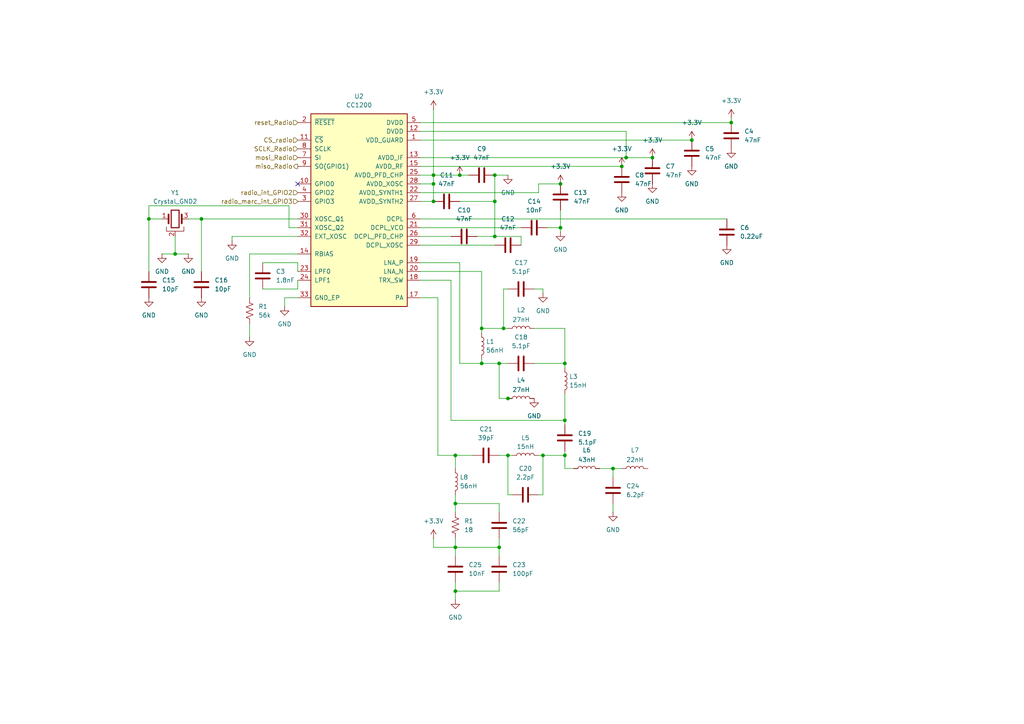
<source format=kicad_sch>
(kicad_sch (version 20231120) (generator "eeschema") (generator_version "8.0")
  (paper "A4")
  (lib_symbols
    (symbol "Device:C" (pin_numbers hide) (pin_names (offset 0.254))
      (property "Reference" "C" (at 0.635 2.54 0))
      (property "Value" "C" (at 0.635 -2.54 0))
      (symbol "C_0_1"
        (polyline (pts (xy -2.032 -0.762) (xy 2.032 -0.762)) (stroke (width 0.508)))
        (polyline (pts (xy -2.032 0.762) (xy 2.032 0.762)) (stroke (width 0.508)))
      )
      (symbol "C_1_1"
        (pin passive line (at 0 3.81 270) (length 2.794) (name "~") (number "1"))
        (pin passive line (at 0 -3.81 90) (length 2.794) (name "~") (number "2"))
      )
    )
    (symbol "Device:Crystal_GND2" (pin_names (offset 1.016) hide)
      (property "Reference" "Y" (at 0 5.715 0))
      (property "Value" "Crystal_GND2" (at 0 3.81 0))
      (symbol "Crystal_GND2_0_1"
        (rectangle (start -1.143 2.54) (end 1.143 -2.54) (stroke (width 0.3048)))
        (polyline (pts (xy -2.54 0) (xy -1.905 0)))
        (polyline (pts (xy -1.905 -1.27) (xy -1.905 1.27)) (stroke (width 0.508)))
        (polyline (pts (xy 0 -3.81) (xy 0 -3.556)))
        (polyline (pts (xy 1.905 0) (xy 2.54 0)))
        (polyline (pts (xy 1.905 1.27) (xy 1.905 -1.27)) (stroke (width 0.508)))
        (polyline (pts (xy -2.54 -2.286) (xy -2.54 -3.556) (xy 2.54 -3.556) (xy 2.54 -2.286)))
      )
      (symbol "Crystal_GND2_1_1"
        (pin passive line (at -3.81 0 0) (length 1.27) (name "1") (number "1"))
        (pin passive line (at 0 -5.08 90) (length 1.27) (name "2") (number "2"))
        (pin passive line (at 3.81 0 180) (length 1.27) (name "3") (number "3"))
      )
    )
    (symbol "Device:L" (pin_numbers hide) (pin_names (offset 1.016) hide)
      (property "Reference" "L" (at -1.27 0 90))
      (property "Value" "L" (at 1.905 0 90))
      (symbol "L_0_1"
        (arc (start 0 -2.54) (mid 0.6323 -1.905) (end 0 -1.27))
        (arc (start 0 -1.27) (mid 0.6323 -0.635) (end 0 0))
        (arc (start 0 0) (mid 0.6323 0.635) (end 0 1.27))
        (arc (start 0 1.27) (mid 0.6323 1.905) (end 0 2.54))
      )
      (symbol "L_1_1"
        (pin passive line (at 0 3.81 270) (length 1.27) (name "1") (number "1"))
        (pin passive line (at 0 -3.81 90) (length 1.27) (name "2") (number "2"))
      )
    )
    (symbol "Device:R_US" (pin_numbers hide) (pin_names (offset 0))
      (property "Reference" "R" (at 2.54 0 90))
      (property "Value" "R_US" (at -2.54 0 90))
      (symbol "R_US_0_1"
        (polyline (pts (xy 0 -2.286) (xy 0 -2.54)))
        (polyline (pts (xy 0 2.286) (xy 0 2.54)))
        (polyline (pts (xy 0 -0.762) (xy 1.016 -1.143) (xy 0 -1.524) (xy -1.016 -1.905) (xy 0 -2.286)))
        (polyline (pts (xy 0 0.762) (xy 1.016 0.381) (xy 0 0) (xy -1.016 -0.381) (xy 0 -0.762)))
        (polyline (pts (xy 0 2.286) (xy 1.016 1.905) (xy 0 1.524) (xy -1.016 1.143) (xy 0 0.762)))
      )
      (symbol "R_US_1_1"
        (pin passive line (at 0 3.81 270) (length 1.27) (name "~") (number "1"))
        (pin passive line (at 0 -3.81 90) (length 1.27) (name "~") (number "2"))
      )
    )
    (symbol "RF:CC1200" (pin_names (offset 1.016))
      (property "Reference" "U" (at -12.7 29.21 0))
      (property "Value" "CC1200" (at -10.16 -29.21 0))
      (symbol "CC1200_0_1"
        (rectangle (start -13.97 27.94) (end 13.97 -27.94) (stroke (width 0.254)) (fill (type background)))
      )
      (symbol "CC1200_1_1"
        (pin power_in line (at 17.78 20.32 180) (length 3.81) (name "VDD_GUARD") (number "1"))
        (pin bidirectional line (at -17.78 7.62 0) (length 3.81) (name "GPIO0") (number "10"))
        (pin input line (at -17.78 20.32 0) (length 3.81) (name "~{CS}") (number "11"))
        (pin power_in line (at 17.78 22.86 180) (length 3.81) (name "DVDD") (number "12"))
        (pin power_in line (at 17.78 15.24 180) (length 3.81) (name "AVDD_IF") (number "13"))
        (pin passive line (at -17.78 -12.7 0) (length 3.81) (name "RBIAS") (number "14"))
        (pin power_in line (at 17.78 12.7 180) (length 3.81) (name "AVDD_RF") (number "15"))
        (pin passive line (at 17.78 -25.4 180) (length 3.81) (name "PA") (number "17"))
        (pin passive line (at 17.78 -20.32 180) (length 3.81) (name "TRX_SW") (number "18"))
        (pin passive line (at 17.78 -15.24 180) (length 3.81) (name "LNA_P") (number "19"))
        (pin input line (at -17.78 25.4 0) (length 3.81) (name "~{RESET}") (number "2"))
        (pin passive line (at 17.78 -17.78 180) (length 3.81) (name "LNA_N") (number "20"))
        (pin power_out line (at 17.78 -5.08 180) (length 3.81) (name "DCPL_VCO") (number "21"))
        (pin power_in line (at 17.78 5.08 180) (length 3.81) (name "AVDD_SYNTH1") (number "22"))
        (pin passive line (at -17.78 -17.78 0) (length 3.81) (name "LPF0") (number "23"))
        (pin passive line (at -17.78 -20.32 0) (length 3.81) (name "LPF1") (number "24"))
        (pin power_in line (at 17.78 10.16 180) (length 3.81) (name "AVDD_PFD_CHP") (number "25"))
        (pin power_out line (at 17.78 -7.62 180) (length 3.81) (name "DCPL_PFD_CHP") (number "26"))
        (pin power_in line (at 17.78 2.54 180) (length 3.81) (name "AVDD_SYNTH2") (number "27"))
        (pin power_in line (at 17.78 7.62 180) (length 3.81) (name "AVDD_XOSC") (number "28"))
        (pin power_out line (at 17.78 -10.16 180) (length 3.81) (name "DCPL_XOSC") (number "29"))
        (pin bidirectional line (at -17.78 2.54 0) (length 3.81) (name "GPIO3") (number "3"))
        (pin passive line (at -17.78 -2.54 0) (length 3.81) (name "XOSC_Q1") (number "30"))
        (pin passive line (at -17.78 -5.08 0) (length 3.81) (name "XOSC_Q2") (number "31"))
        (pin input line (at -17.78 -7.62 0) (length 3.81) (name "EXT_XOSC") (number "32"))
        (pin power_in line (at -17.78 -25.4 0) (length 3.81) (name "GND_EP") (number "33"))
        (pin bidirectional line (at -17.78 5.08 0) (length 3.81) (name "GPIO2") (number "4"))
        (pin power_in line (at 17.78 25.4 180) (length 3.81) (name "DVDD") (number "5"))
        (pin power_out line (at 17.78 -2.54 180) (length 3.81) (name "DCPL") (number "6"))
        (pin input line (at -17.78 15.24 0) (length 3.81) (name "SI") (number "7"))
        (pin input line (at -17.78 17.78 0) (length 3.81) (name "SCLK") (number "8"))
        (pin bidirectional line (at -17.78 12.7 0) (length 3.81) (name "SO(GPIO1)") (number "9"))
      )
    )
    (symbol "power:+3.3V" (power) (pin_numbers hide) (pin_names (offset 0) hide)
      (property "Value" "+3.3V" (at 0 3.556 0))
      (symbol "+3.3V_0_1"
        (polyline (pts (xy -0.762 1.27) (xy 0 2.54)))
        (polyline (pts (xy 0 0) (xy 0 2.54)))
        (polyline (pts (xy 0 2.54) (xy 0.762 1.27)))
      )
      (symbol "+3.3V_1_1"
        (pin power_in line (at 0 0 90) (length 0) (name "~") (number "1"))
      )
    )
    (symbol "power:GND" (power) (pin_numbers hide) (pin_names (offset 0) hide)
      (property "Value" "GND" (at 0 -3.81 0))
      (symbol "GND_0_1"
        (polyline (pts (xy 0 0) (xy 0 -1.27) (xy 1.27 -1.27) (xy 0 -2.54) (xy -1.27 -1.27) (xy 0 -1.27)))
      )
      (symbol "GND_1_1"
        (pin power_in line (at 0 0 270) (length 0) (name "~") (number "1"))
      )
    )
  )
  (junction (at 163.83 105.41))
  (junction (at 132.08 171.45))
  (junction (at 180.34 48.26))
  (junction (at 162.56 53.34))
  (junction (at 133.35 50.8))
  (junction (at 125.73 53.34))
  (junction (at 144.78 158.75))
  (junction (at 163.83 121.92))
  (junction (at 125.73 58.42))
  (junction (at 143.51 58.42))
  (junction (at 163.83 132.08))
  (junction (at 139.7 105.41))
  (junction (at 43.18 63.5))
  (junction (at 212.09 35.56))
  (junction (at 58.42 63.5))
  (junction (at 143.51 68.58))
  (junction (at 144.78 105.41))
  (junction (at 162.56 66.04))
  (junction (at 177.8 135.89))
  (junction (at 189.23 45.72))
  (junction (at 132.08 132.08))
  (junction (at 157.48 132.08))
  (junction (at 143.51 50.8))
  (junction (at 146.05 95.25))
  (junction (at 132.08 158.75))
  (junction (at 125.73 50.8))
  (junction (at 132.08 146.05))
  (junction (at 200.66 40.64))
  (junction (at 50.8 73.66))
  (junction (at 147.32 115.57))
  (junction (at 147.32 132.08))
  (junction (at 139.7 95.25))
  (junction (at 181.61 45.72))
  (no_connect (at 86.36 53.34))
  (wire (pts (xy 139.7 95.25) (xy 146.05 95.25)))
  (wire (pts (xy 127 86.36) (xy 127 132.08)))
  (wire (pts (xy 139.7 105.41) (xy 139.7 104.14)))
  (wire (pts (xy 147.32 83.82) (xy 146.05 83.82)))
  (wire (pts (xy 139.7 105.41) (xy 144.78 105.41)))
  (wire (pts (xy 132.08 158.75) (xy 144.78 158.75)))
  (wire (pts (xy 157.48 143.51) (xy 157.48 132.08)))
  (wire (pts (xy 163.83 135.89) (xy 166.37 135.89)))
  (wire (pts (xy 146.05 95.25) (xy 147.32 95.25)))
  (wire (pts (xy 212.09 34.29) (xy 212.09 35.56)))
  (wire (pts (xy 138.43 68.58) (xy 143.51 68.58)))
  (wire (pts (xy 181.61 45.72) (xy 189.23 45.72)))
  (wire (pts (xy 121.92 81.28) (xy 130.81 81.28)))
  (wire (pts (xy 132.08 132.08) (xy 132.08 135.89)))
  (wire (pts (xy 158.75 66.04) (xy 162.56 66.04)))
  (wire (pts (xy 163.83 106.68) (xy 163.83 105.41)))
  (wire (pts (xy 130.81 81.28) (xy 130.81 121.92)))
  (wire (pts (xy 163.83 121.92) (xy 163.83 123.19)))
  (wire (pts (xy 173.99 135.89) (xy 177.8 135.89)))
  (wire (pts (xy 144.78 146.05) (xy 132.08 146.05)))
  (wire (pts (xy 151.13 71.12) (xy 151.13 68.58)))
  (wire (pts (xy 133.35 76.2) (xy 133.35 105.41)))
  (wire (pts (xy 177.8 135.89) (xy 177.8 138.43)))
  (wire (pts (xy 144.78 105.41) (xy 147.32 105.41)))
  (wire (pts (xy 121.92 50.8) (xy 125.73 50.8)))
  (wire (pts (xy 132.08 146.05) (xy 132.08 148.59)))
  (wire (pts (xy 125.73 50.8) (xy 125.73 53.34)))
  (wire (pts (xy 157.48 132.08) (xy 163.83 132.08)))
  (wire (pts (xy 156.21 143.51) (xy 157.48 143.51)))
  (wire (pts (xy 163.83 132.08) (xy 163.83 135.89)))
  (wire (pts (xy 121.92 86.36) (xy 127 86.36)))
  (wire (pts (xy 83.82 59.69) (xy 83.82 66.04)))
  (wire (pts (xy 132.08 132.08) (xy 137.16 132.08)))
  (wire (pts (xy 86.36 81.28) (xy 86.36 83.82)))
  (wire (pts (xy 43.18 63.5) (xy 43.18 59.69)))
  (wire (pts (xy 139.7 96.52) (xy 139.7 95.25)))
  (wire (pts (xy 121.92 53.34) (xy 125.73 53.34)))
  (wire (pts (xy 125.73 53.34) (xy 125.73 58.42)))
  (wire (pts (xy 121.92 38.1) (xy 181.61 38.1)))
  (wire (pts (xy 144.78 158.75) (xy 144.78 161.29)))
  (wire (pts (xy 50.8 73.66) (xy 54.61 73.66)))
  (wire (pts (xy 121.92 63.5) (xy 210.82 63.5)))
  (wire (pts (xy 121.92 78.74) (xy 139.7 78.74)))
  (wire (pts (xy 156.21 53.34) (xy 162.56 53.34)))
  (wire (pts (xy 144.78 156.21) (xy 144.78 158.75)))
  (wire (pts (xy 127 132.08) (xy 132.08 132.08)))
  (wire (pts (xy 132.08 158.75) (xy 132.08 161.29)))
  (wire (pts (xy 121.92 45.72) (xy 181.61 45.72)))
  (wire (pts (xy 125.73 50.8) (xy 133.35 50.8)))
  (wire (pts (xy 147.32 132.08) (xy 148.59 132.08)))
  (wire (pts (xy 163.83 95.25) (xy 163.83 105.41)))
  (wire (pts (xy 72.39 73.66) (xy 72.39 86.36)))
  (wire (pts (xy 154.94 83.82) (xy 157.48 83.82)))
  (wire (pts (xy 156.21 132.08) (xy 157.48 132.08)))
  (wire (pts (xy 132.08 158.75) (xy 125.73 158.75)))
  (wire (pts (xy 86.36 86.36) (xy 82.55 86.36)))
  (wire (pts (xy 162.56 67.31) (xy 162.56 66.04)))
  (wire (pts (xy 177.8 146.05) (xy 177.8 148.59)))
  (wire (pts (xy 133.35 50.8) (xy 135.89 50.8)))
  (wire (pts (xy 121.92 40.64) (xy 200.66 40.64)))
  (wire (pts (xy 132.08 156.21) (xy 132.08 158.75)))
  (wire (pts (xy 72.39 93.98) (xy 72.39 97.79)))
  (wire (pts (xy 133.35 58.42) (xy 143.51 58.42)))
  (wire (pts (xy 121.92 71.12) (xy 143.51 71.12)))
  (wire (pts (xy 130.81 121.92) (xy 163.83 121.92)))
  (wire (pts (xy 146.05 83.82) (xy 146.05 95.25)))
  (wire (pts (xy 177.8 135.89) (xy 180.34 135.89)))
  (wire (pts (xy 121.92 55.88) (xy 156.21 55.88)))
  (wire (pts (xy 154.94 95.25) (xy 163.83 95.25)))
  (wire (pts (xy 125.73 31.75) (xy 125.73 50.8)))
  (wire (pts (xy 156.21 55.88) (xy 156.21 53.34)))
  (wire (pts (xy 121.92 48.26) (xy 180.34 48.26)))
  (wire (pts (xy 46.99 73.66) (xy 50.8 73.66)))
  (wire (pts (xy 121.92 58.42) (xy 125.73 58.42)))
  (wire (pts (xy 86.36 68.58) (xy 67.31 68.58)))
  (wire (pts (xy 54.61 63.5) (xy 58.42 63.5)))
  (wire (pts (xy 147.32 143.51) (xy 147.32 132.08)))
  (wire (pts (xy 144.78 148.59) (xy 144.78 146.05)))
  (wire (pts (xy 157.48 83.82) (xy 157.48 85.09)))
  (wire (pts (xy 132.08 168.91) (xy 132.08 171.45)))
  (wire (pts (xy 133.35 105.41) (xy 139.7 105.41)))
  (wire (pts (xy 121.92 68.58) (xy 130.81 68.58)))
  (wire (pts (xy 148.59 143.51) (xy 147.32 143.51)))
  (wire (pts (xy 144.78 115.57) (xy 144.78 105.41)))
  (wire (pts (xy 43.18 63.5) (xy 43.18 78.74)))
  (wire (pts (xy 154.94 105.41) (xy 163.83 105.41)))
  (wire (pts (xy 125.73 158.75) (xy 125.73 156.21)))
  (wire (pts (xy 139.7 78.74) (xy 139.7 95.25)))
  (wire (pts (xy 67.31 68.58) (xy 67.31 69.85)))
  (wire (pts (xy 132.08 143.51) (xy 132.08 146.05)))
  (wire (pts (xy 143.51 68.58) (xy 143.51 58.42)))
  (wire (pts (xy 121.92 76.2) (xy 133.35 76.2)))
  (wire (pts (xy 132.08 171.45) (xy 132.08 173.99)))
  (wire (pts (xy 86.36 76.2) (xy 76.2 76.2)))
  (wire (pts (xy 50.8 68.58) (xy 50.8 73.66)))
  (wire (pts (xy 121.92 35.56) (xy 212.09 35.56)))
  (wire (pts (xy 43.18 59.69) (xy 83.82 59.69)))
  (wire (pts (xy 143.51 58.42) (xy 143.51 50.8)))
  (wire (pts (xy 181.61 38.1) (xy 181.61 45.72)))
  (wire (pts (xy 86.36 78.74) (xy 86.36 76.2)))
  (wire (pts (xy 43.18 63.5) (xy 46.99 63.5)))
  (wire (pts (xy 58.42 63.5) (xy 58.42 78.74)))
  (wire (pts (xy 163.83 114.3) (xy 163.83 121.92)))
  (wire (pts (xy 144.78 168.91) (xy 144.78 171.45)))
  (wire (pts (xy 162.56 66.04) (xy 162.56 60.96)))
  (wire (pts (xy 86.36 83.82) (xy 76.2 83.82)))
  (wire (pts (xy 121.92 66.04) (xy 151.13 66.04)))
  (wire (pts (xy 163.83 130.81) (xy 163.83 132.08)))
  (wire (pts (xy 86.36 73.66) (xy 72.39 73.66)))
  (wire (pts (xy 147.32 115.57) (xy 148.59 115.57)))
  (wire (pts (xy 143.51 50.8) (xy 147.32 50.8)))
  (wire (pts (xy 151.13 68.58) (xy 143.51 68.58)))
  (wire (pts (xy 83.82 66.04) (xy 86.36 66.04)))
  (wire (pts (xy 58.42 63.5) (xy 86.36 63.5)))
  (wire (pts (xy 144.78 132.08) (xy 147.32 132.08)))
  (wire (pts (xy 144.78 171.45) (xy 132.08 171.45)))
  (wire (pts (xy 82.55 86.36) (xy 82.55 88.9)))
  (wire (pts (xy 144.78 115.57) (xy 147.32 115.57)))
  (hierarchical_label "radio_marc_int_GPIO3" (shape input) (at 86.36 58.42 180))
  (hierarchical_label "CS_radio" (shape input) (at 86.36 40.64 180))
  (hierarchical_label "reset_Radio" (shape input) (at 86.36 35.56 180))
  (hierarchical_label "miso_Radio" (shape output) (at 86.36 48.26 180))
  (hierarchical_label "radio_int_GPIO2" (shape input) (at 86.36 55.88 180))
  (hierarchical_label "mosi_Radio" (shape input) (at 86.36 45.72 180))
  (hierarchical_label "SCLK_Radio" (shape input) (at 86.36 43.18 180))
  (symbol (lib_id "power:GND") (at 212.09 43.18 0) (unit 1)
    (property "Reference" "#PWR07" (effects (hide yes)))
    (property "Value" "GND" (at 212.09 48.26 0))
    (property "Description" "Power symbol creates a global label with name \"GND\" , ground" (effects (hide yes)))
  )
  (symbol (lib_id "Device:C") (at 144.78 165.1 0) (unit 1)
    (property "Reference" "C23" (at 148.59 163.8299 0) (effects (justify left)))
    (property "Value" "100pF" (at 148.59 166.3699 0) (effects (justify left)))
    (property "Footprint" "Capacitor_SMD:C_0603_1608Metric" (effects (hide yes)))
    (property "Description" "Unpolarized capacitor" (effects (hide yes)))
  )
  (symbol (lib_id "power:+3.3V") (at 189.23 45.72 0) (unit 1)
    (property "Reference" "#PWR013" (effects (hide yes)))
    (property "Value" "+3.3V" (at 189.23 40.64 0))
    (property "Description" "Power symbol creates a global label with name \"+3.3V\"" (effects (hide yes)))
  )
  (symbol (lib_id "power:GND") (at 180.34 55.88 0) (unit 1)
    (property "Reference" "#PWR014" (effects (hide yes)))
    (property "Value" "GND" (at 180.34 60.96 0))
    (property "Description" "Power symbol creates a global label with name \"GND\" , ground" (effects (hide yes)))
  )
  (symbol (lib_id "power:GND") (at 46.99 73.66 0) (unit 1)
    (property "Reference" "#PWR021" (effects (hide yes)))
    (property "Value" "GND" (at 46.99 78.74 0))
    (property "Description" "Power symbol creates a global label with name \"GND\" , ground" (effects (hide yes)))
  )
  (symbol (lib_id "power:+3.3V") (at 133.35 50.8 0) (unit 1)
    (property "Reference" "#PWR017" (effects (hide yes)))
    (property "Value" "+3.3V" (at 133.35 45.72 0))
    (property "Description" "Power symbol creates a global label with name \"+3.3V\"" (effects (hide yes)))
  )
  (symbol (lib_id "Device:C") (at 152.4 143.51 90) (unit 1)
    (property "Reference" "C20" (at 152.4 135.89 90))
    (property "Value" "2.2pF" (at 152.4 138.43 90))
    (property "Footprint" "Capacitor_SMD:C_0603_1608Metric" (effects (hide yes)))
    (property "Description" "Unpolarized capacitor" (effects (hide yes)))
  )
  (symbol (lib_id "Device:C") (at 154.94 66.04 270) (unit 1)
    (property "Reference" "C14" (at 154.94 58.42 90))
    (property "Value" "10nF" (at 154.94 60.96 90))
    (property "Footprint" "Capacitor_SMD:C_0603_1608Metric" (effects (hide yes)))
    (property "Description" "Unpolarized capacitor" (effects (hide yes)))
  )
  (symbol (lib_id "Device:C") (at 134.62 68.58 90) (unit 1)
    (property "Reference" "C10" (at 134.62 60.96 90))
    (property "Value" "47nF" (at 134.62 63.5 90))
    (property "Footprint" "Capacitor_SMD:C_0603_1608Metric" (effects (hide yes)))
    (property "Description" "Unpolarized capacitor" (effects (hide yes)))
  )
  (symbol (lib_id "power:GND") (at 210.82 71.12 0) (unit 1)
    (property "Reference" "#PWR011" (effects (hide yes)))
    (property "Value" "GND" (at 210.82 76.2 0))
    (property "Description" "Power symbol creates a global label with name \"GND\" , ground" (effects (hide yes)))
  )
  (symbol (lib_id "power:+3.3V") (at 162.56 53.34 0) (unit 1)
    (property "Reference" "#PWR019" (effects (hide yes)))
    (property "Value" "+3.3V" (at 162.56 48.26 0))
    (property "Description" "Power symbol creates a global label with name \"+3.3V\"" (effects (hide yes)))
  )
  (symbol (lib_id "Device:C") (at 139.7 50.8 90) (unit 1)
    (property "Reference" "C9" (at 139.7 43.18 90))
    (property "Value" "47nF" (at 139.7 45.72 90))
    (property "Footprint" "Capacitor_SMD:C_0603_1608Metric" (effects (hide yes)))
    (property "Description" "Unpolarized capacitor" (effects (hide yes)))
  )
  (symbol (lib_id "power:+3.3V") (at 212.09 34.29 0) (unit 1)
    (property "Reference" "#PWR08" (effects (hide yes)))
    (property "Value" "+3.3V" (at 212.09 29.21 0))
    (property "Description" "Power symbol creates a global label with name \"+3.3V\"" (effects (hide yes)))
  )
  (symbol (lib_id "Device:C") (at 144.78 152.4 0) (unit 1)
    (property "Reference" "C22" (at 148.59 151.1299 0) (effects (justify left)))
    (property "Value" "56pF" (at 148.59 153.6699 0) (effects (justify left)))
    (property "Footprint" "Capacitor_SMD:C_0603_1608Metric" (effects (hide yes)))
    (property "Description" "Unpolarized capacitor" (effects (hide yes)))
  )
  (symbol (lib_id "power:GND") (at 132.08 173.99 0) (unit 1)
    (property "Reference" "#PWR028" (effects (hide yes)))
    (property "Value" "GND" (at 132.08 179.07 0))
    (property "Description" "Power symbol creates a global label with name \"GND\" , ground" (effects (hide yes)))
  )
  (symbol (lib_id "Device:C") (at 147.32 71.12 90) (unit 1)
    (property "Reference" "C12" (at 147.32 63.5 90))
    (property "Value" "47nF" (at 147.32 66.04 90))
    (property "Footprint" "Capacitor_SMD:C_0603_1608Metric" (effects (hide yes)))
    (property "Description" "Unpolarized capacitor" (effects (hide yes)))
  )
  (symbol (lib_id "Device:R_US") (at 72.39 90.17 0) (unit 1)
    (property "Reference" "R1" (at 74.93 88.8999 0) (effects (justify left)))
    (property "Value" "56k" (at 74.93 91.4399 0) (effects (justify left)))
    (property "Footprint" "Resistor_SMD:R_0603_1608Metric" (effects (hide yes)))
    (property "Description" "Resistor, US symbol" (effects (hide yes)))
  )
  (symbol (lib_id "Device:L") (at 152.4 132.08 90) (unit 1)
    (property "Reference" "L5" (at 152.4 127 90))
    (property "Value" "15nH" (at 152.4 129.54 90))
    (property "Footprint" "Inductor_SMD:L_0603_1608Metric" (effects (hide yes)))
    (property "Description" "Inductor" (effects (hide yes)))
  )
  (symbol (lib_id "power:GND") (at 189.23 53.34 0) (unit 1)
    (property "Reference" "#PWR012" (effects (hide yes)))
    (property "Value" "GND" (at 189.23 58.42 0))
    (property "Description" "Power symbol creates a global label with name \"GND\" , ground" (effects (hide yes)))
  )
  (symbol (lib_id "Device:L") (at 151.13 115.57 90) (unit 1)
    (property "Reference" "L4" (at 151.13 110.236 90))
    (property "Value" "27nH" (at 151.13 113.03 90))
    (property "Footprint" "Inductor_SMD:L_0603_1608Metric" (effects (hide yes)))
    (property "Description" "Inductor" (effects (hide yes)))
  )
  (symbol (lib_id "power:GND") (at 54.61 73.66 0) (unit 1)
    (property "Reference" "#PWR022" (effects (hide yes)))
    (property "Value" "GND" (at 54.61 78.74 0))
    (property "Description" "Power symbol creates a global label with name \"GND\" , ground" (effects (hide yes)))
  )
  (symbol (lib_id "power:GND") (at 43.18 86.36 0) (unit 1)
    (property "Reference" "#PWR023" (effects (hide yes)))
    (property "Value" "GND" (at 43.18 91.44 0))
    (property "Description" "Power symbol creates a global label with name \"GND\" , ground" (effects (hide yes)))
  )
  (symbol (lib_id "power:GND") (at 154.94 115.57 0) (unit 1)
    (property "Reference" "#PWR027" (effects (hide yes)))
    (property "Value" "GND" (at 154.94 120.65 0))
    (property "Description" "Power symbol creates a global label with name \"GND\" , ground" (effects (hide yes)))
  )
  (symbol (lib_id "Device:Crystal_GND2") (at 50.8 63.5 0) (unit 1)
    (property "Reference" "Y1" (at 50.8 55.88 0))
    (property "Value" "Crystal_GND2" (at 50.8 58.42 0))
    (property "Description" "Three pin crystal, GND on pin 2" (effects (hide yes)))
  )
  (symbol (lib_id "Device:C") (at 212.09 39.37 0) (unit 1)
    (property "Reference" "C4" (at 215.9 38.0999 0) (effects (justify left)))
    (property "Value" "47nF" (at 215.9 40.6399 0) (effects (justify left)))
    (property "Footprint" "Capacitor_SMD:C_0603_1608Metric" (effects (hide yes)))
    (property "Description" "Unpolarized capacitor" (effects (hide yes)))
  )
  (symbol (lib_id "Device:C") (at 76.2 80.01 0) (unit 1)
    (property "Reference" "C3" (at 80.01 78.7399 0) (effects (justify left)))
    (property "Value" "1.8nF" (at 80.01 81.2799 0) (effects (justify left)))
    (property "Footprint" "Capacitor_SMD:C_0603_1608Metric" (effects (hide yes)))
    (property "Description" "Unpolarized capacitor" (effects (hide yes)))
  )
  (symbol (lib_id "power:+3.3V") (at 180.34 48.26 0) (unit 1)
    (property "Reference" "#PWR015" (effects (hide yes)))
    (property "Value" "+3.3V" (at 180.34 43.18 0))
    (property "Description" "Power symbol creates a global label with name \"+3.3V\"" (effects (hide yes)))
  )
  (symbol (lib_id "Device:L") (at 132.08 139.7 0) (unit 1)
    (property "Reference" "L8" (at 133.35 138.4299 0) (effects (justify left)))
    (property "Value" "56nH" (at 133.35 140.9699 0) (effects (justify left)))
    (property "Footprint" "Inductor_SMD:L_0603_1608Metric" (effects (hide yes)))
    (property "Description" "Inductor" (effects (hide yes)))
  )
  (symbol (lib_id "power:GND") (at 157.48 85.09 0) (unit 1)
    (property "Reference" "#PWR026" (effects (hide yes)))
    (property "Value" "GND" (at 157.48 90.17 0))
    (property "Description" "Power symbol creates a global label with name \"GND\" , ground" (effects (hide yes)))
  )
  (symbol (lib_id "power:+3.3V") (at 200.66 40.64 0) (unit 1)
    (property "Reference" "#PWR010" (effects (hide yes)))
    (property "Value" "+3.3V" (at 200.66 35.56 0))
    (property "Description" "Power symbol creates a global label with name \"+3.3V\"" (effects (hide yes)))
  )
  (symbol (lib_id "power:GND") (at 72.39 97.79 0) (unit 1)
    (property "Reference" "#PWR06" (effects (hide yes)))
    (property "Value" "GND" (at 72.39 102.87 0))
    (property "Description" "Power symbol creates a global label with name \"GND\" , ground" (effects (hide yes)))
  )
  (symbol (lib_id "Device:C") (at 162.56 57.15 180) (unit 1)
    (property "Reference" "C13" (at 166.37 55.8799 0) (effects (justify right)))
    (property "Value" "47nF" (at 166.37 58.4199 0) (effects (justify right)))
    (property "Footprint" "Capacitor_SMD:C_0603_1608Metric" (effects (hide yes)))
    (property "Description" "Unpolarized capacitor" (effects (hide yes)))
  )
  (symbol (lib_id "power:GND") (at 58.42 86.36 0) (unit 1)
    (property "Reference" "#PWR024" (effects (hide yes)))
    (property "Value" "GND" (at 58.42 91.44 0))
    (property "Description" "Power symbol creates a global label with name \"GND\" , ground" (effects (hide yes)))
  )
  (symbol (lib_id "Device:C") (at 151.13 105.41 90) (unit 1)
    (property "Reference" "C18" (at 151.13 97.79 90))
    (property "Value" "5.1pF" (at 151.13 100.33 90))
    (property "Footprint" "Capacitor_SMD:C_0603_1608Metric" (effects (hide yes)))
    (property "Description" "Unpolarized capacitor" (effects (hide yes)))
  )
  (symbol (lib_id "Device:C") (at 200.66 44.45 0) (unit 1)
    (property "Reference" "C5" (at 204.47 43.1799 0) (effects (justify left)))
    (property "Value" "47nF" (at 204.47 45.7199 0) (effects (justify left)))
    (property "Footprint" "Capacitor_SMD:C_0603_1608Metric" (effects (hide yes)))
    (property "Description" "Unpolarized capacitor" (effects (hide yes)))
  )
  (symbol (lib_id "Device:C") (at 210.82 67.31 0) (unit 1)
    (property "Reference" "C6" (at 214.63 66.0399 0) (effects (justify left)))
    (property "Value" "0.22uF" (at 214.63 68.5799 0) (effects (justify left)))
    (property "Footprint" "Capacitor_SMD:C_0603_1608Metric" (effects (hide yes)))
    (property "Description" "Unpolarized capacitor" (effects (hide yes)))
  )
  (symbol (lib_id "Device:C") (at 189.23 49.53 0) (unit 1)
    (property "Reference" "C7" (at 193.04 48.2599 0) (effects (justify left)))
    (property "Value" "47nF" (at 193.04 50.7999 0) (effects (justify left)))
    (property "Footprint" "Capacitor_SMD:C_0603_1608Metric" (effects (hide yes)))
    (property "Description" "Unpolarized capacitor" (effects (hide yes)))
  )
  (symbol (lib_id "Device:R_US") (at 132.08 152.4 0) (unit 1)
    (property "Reference" "R1" (at 134.62 151.1299 0) (effects (justify left)))
    (property "Value" "18" (at 134.62 153.6699 0) (effects (justify left)))
    (property "Footprint" "Resistor_SMD:R_0603_1608Metric_Pad0.98x0.95mm_HandSolder" (effects (hide yes)))
    (property "Description" "Resistor, US symbol" (effects (hide yes)))
  )
  (symbol (lib_id "Device:C") (at 140.97 132.08 90) (unit 1)
    (property "Reference" "C21" (at 140.97 124.46 90))
    (property "Value" "39pF" (at 140.97 127 90))
    (property "Footprint" "Capacitor_SMD:C_0603_1608Metric" (effects (hide yes)))
    (property "Description" "Unpolarized capacitor" (effects (hide yes)))
  )
  (symbol (lib_id "Device:L") (at 184.15 135.89 90) (unit 1)
    (property "Reference" "L7" (at 184.15 130.556 90))
    (property "Value" "22nH" (at 184.15 133.35 90))
    (property "Footprint" "Inductor_SMD:L_0603_1608Metric" (effects (hide yes)))
    (property "Description" "Inductor" (effects (hide yes)))
  )
  (symbol (lib_id "Device:L") (at 163.83 110.49 0) (unit 1)
    (property "Reference" "L3" (at 165.1 109.2199 0) (effects (justify left)))
    (property "Value" "15nH" (at 165.1 111.7599 0) (effects (justify left)))
    (property "Footprint" "Inductor_SMD:L_0603_1608Metric" (effects (hide yes)))
    (property "Description" "Inductor" (effects (hide yes)))
  )
  (symbol (lib_id "Device:L") (at 151.13 95.25 90) (unit 1)
    (property "Reference" "L2" (at 151.13 89.916 90))
    (property "Value" "27nH" (at 151.13 92.71 90))
    (property "Footprint" "Inductor_SMD:L_0603_1608Metric" (effects (hide yes)))
    (property "Description" "Inductor" (effects (hide yes)))
  )
  (symbol (lib_id "power:GND") (at 67.31 69.85 0) (unit 1)
    (property "Reference" "#PWR025" (effects (hide yes)))
    (property "Value" "GND" (at 67.31 74.93 0))
    (property "Description" "Power symbol creates a global label with name \"GND\" , ground" (effects (hide yes)))
  )
  (symbol (lib_id "Device:C") (at 151.13 83.82 90) (unit 1)
    (property "Reference" "C17" (at 151.13 76.2 90))
    (property "Value" "5.1pF" (at 151.13 78.74 90))
    (property "Footprint" "Capacitor_SMD:C_0603_1608Metric" (effects (hide yes)))
    (property "Description" "Unpolarized capacitor" (effects (hide yes)))
  )
  (symbol (lib_id "power:GND") (at 177.8 148.59 0) (unit 1)
    (property "Reference" "#PWR029" (effects (hide yes)))
    (property "Value" "GND" (at 177.8 153.67 0))
    (property "Description" "Power symbol creates a global label with name \"GND\" , ground" (effects (hide yes)))
  )
  (symbol (lib_id "Device:C") (at 132.08 165.1 0) (unit 1)
    (property "Reference" "C25" (at 135.89 163.8299 0) (effects (justify left)))
    (property "Value" "10nF" (at 135.89 166.3699 0) (effects (justify left)))
    (property "Footprint" "Capacitor_SMD:C_0603_1608Metric" (effects (hide yes)))
    (property "Description" "Unpolarized capacitor" (effects (hide yes)))
  )
  (symbol (lib_id "power:GND") (at 147.32 50.8 0) (unit 1)
    (property "Reference" "#PWR016" (effects (hide yes)))
    (property "Value" "GND" (at 147.32 55.88 0))
    (property "Description" "Power symbol creates a global label with name \"GND\" , ground" (effects (hide yes)))
  )
  (symbol (lib_id "power:+3.3V") (at 125.73 31.75 0) (unit 1)
    (property "Reference" "#PWR018" (effects (hide yes)))
    (property "Value" "+3.3V" (at 125.73 26.67 0))
    (property "Description" "Power symbol creates a global label with name \"+3.3V\"" (effects (hide yes)))
  )
  (symbol (lib_id "power:+3.3V") (at 125.73 156.21 0) (unit 1)
    (property "Reference" "#PWR030" (effects (hide yes)))
    (property "Value" "+3.3V" (at 125.73 151.13 0))
    (property "Description" "Power symbol creates a global label with name \"+3.3V\"" (effects (hide yes)))
  )
  (symbol (lib_id "power:GND") (at 200.66 48.26 0) (unit 1)
    (property "Reference" "#PWR09" (effects (hide yes)))
    (property "Value" "GND" (at 200.66 53.34 0))
    (property "Description" "Power symbol creates a global label with name \"GND\" , ground" (effects (hide yes)))
  )
  (symbol (lib_id "RF:CC1200") (at 104.14 60.96 0) (unit 1)
    (property "Reference" "U2" (at 104.14 27.94 0))
    (property "Value" "CC1200" (at 104.14 30.48 0))
    (property "Footprint" "Package_DFN_QFN:QFN-32-1EP_5x5mm_P0.5mm_EP3.45x3.45mm" (effects (hide yes)))
    (property "Datasheet" "http://www.ti.com/lit/ds/symlink/cc1200.pdf" (effects (hide yes)))
    (property "Description" "Low-Power, High-Performance RF Transceiver, QFN-32" (effects (hide yes)))
  )
  (symbol (lib_id "Device:C") (at 58.42 82.55 0) (unit 1)
    (property "Reference" "C16" (at 62.23 81.2799 0) (effects (justify left)))
    (property "Value" "10pF" (at 62.23 83.8199 0) (effects (justify left)))
    (property "Footprint" "Capacitor_SMD:C_0603_1608Metric" (effects (hide yes)))
    (property "Description" "Unpolarized capacitor" (effects (hide yes)))
  )
  (symbol (lib_id "power:GND") (at 162.56 67.31 0) (unit 1)
    (property "Reference" "#PWR020" (effects (hide yes)))
    (property "Value" "GND" (at 162.56 72.39 0))
    (property "Description" "Power symbol creates a global label with name \"GND\" , ground" (effects (hide yes)))
  )
  (symbol (lib_id "power:GND") (at 82.55 88.9 0) (unit 1)
    (property "Reference" "#PWR05" (effects (hide yes)))
    (property "Value" "GND" (at 82.55 93.98 0))
    (property "Description" "Power symbol creates a global label with name \"GND\" , ground" (effects (hide yes)))
  )
  (symbol (lib_id "Device:L") (at 170.18 135.89 90) (unit 1)
    (property "Reference" "L6" (at 170.18 130.556 90))
    (property "Value" "43nH" (at 170.18 133.35 90))
    (property "Footprint" "Inductor_SMD:L_0603_1608Metric" (effects (hide yes)))
    (property "Description" "Inductor" (effects (hide yes)))
  )
  (symbol (lib_id "Device:C") (at 43.18 82.55 0) (unit 1)
    (property "Reference" "C15" (at 46.99 81.2799 0) (effects (justify left)))
    (property "Value" "10pF" (at 46.99 83.8199 0) (effects (justify left)))
    (property "Footprint" "Capacitor_SMD:C_0603_1608Metric" (effects (hide yes)))
    (property "Description" "Unpolarized capacitor" (effects (hide yes)))
  )
  (symbol (lib_id "Device:C") (at 180.34 52.07 0) (unit 1)
    (property "Reference" "C8" (at 184.15 50.7999 0) (effects (justify left)))
    (property "Value" "47nF" (at 184.15 53.3399 0) (effects (justify left)))
    (property "Footprint" "Capacitor_SMD:C_0603_1608Metric" (effects (hide yes)))
    (property "Description" "Unpolarized capacitor" (effects (hide yes)))
  )
  (symbol (lib_id "Device:L") (at 139.7 100.33 0) (unit 1)
    (property "Reference" "L1" (at 140.97 99.0599 0) (effects (justify left)))
    (property "Value" "56nH" (at 140.97 101.5999 0) (effects (justify left)))
    (property "Footprint" "Inductor_SMD:L_0603_1608Metric" (effects (hide yes)))
    (property "Description" "Inductor" (effects (hide yes)))
  )
  (symbol (lib_id "Device:C") (at 163.83 127 180) (unit 1)
    (property "Reference" "C19" (at 167.64 125.7299 0) (effects (justify right)))
    (property "Value" "5.1pF" (at 167.64 128.2699 0) (effects (justify right)))
    (property "Footprint" "Capacitor_SMD:C_0603_1608Metric" (effects (hide yes)))
    (property "Description" "Unpolarized capacitor" (effects (hide yes)))
  )
  (symbol (lib_id "Device:C") (at 177.8 142.24 180) (unit 1)
    (property "Reference" "C24" (at 181.61 140.9699 0) (effects (justify right)))
    (property "Value" "6.2pF" (at 181.61 143.5099 0) (effects (justify right)))
    (property "Footprint" "Capacitor_SMD:C_0603_1608Metric" (effects (hide yes)))
    (property "Description" "Unpolarized capacitor" (effects (hide yes)))
  )
  (symbol (lib_id "Device:C") (at 129.54 58.42 90) (unit 1)
    (property "Reference" "C11" (at 129.54 50.8 90))
    (property "Value" "47nF" (at 129.54 53.34 90))
    (property "Footprint" "Capacitor_SMD:C_0603_1608Metric" (effects (hide yes)))
    (property "Description" "Unpolarized capacitor" (effects (hide yes)))
  )
)
</source>
